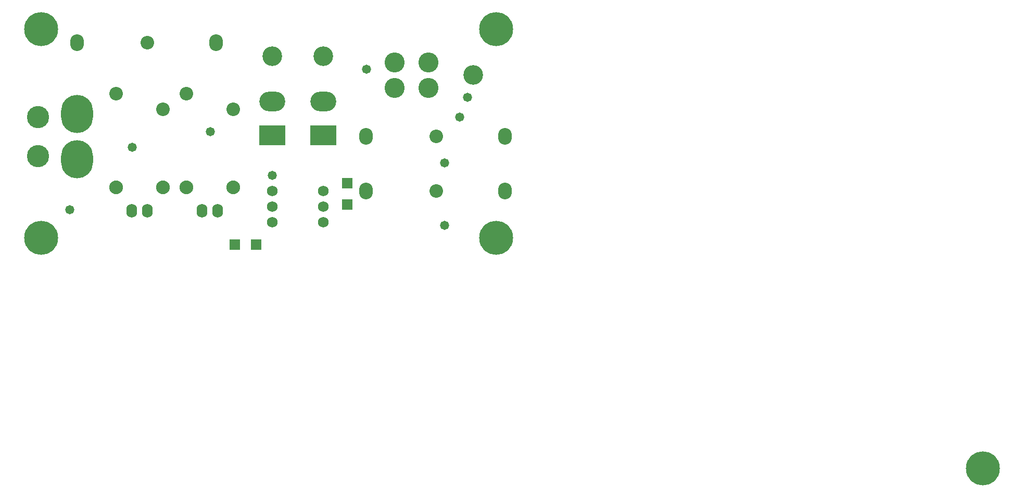
<source format=gbs>
G04 Layer_Color=16711935*
%FSLAX25Y25*%
%MOIN*%
G70*
G01*
G75*
%ADD31R,0.06706X0.06706*%
%ADD32O,0.08674X0.10642*%
%ADD33C,0.08674*%
%ADD34C,0.12800*%
%ADD35C,0.12611*%
%ADD36R,0.16548X0.12611*%
%ADD37O,0.16548X0.12611*%
%ADD38C,0.08800*%
%ADD39O,0.06800X0.08800*%
%ADD40C,0.21745*%
%ADD41C,0.06800*%
%ADD42O,0.20485X0.24422*%
%ADD43C,0.14186*%
%ADD44C,0.05800*%
%ADD45R,0.06706X0.06706*%
D31*
X149390Y7500D02*
D03*
X135610D02*
D03*
D32*
X308661Y41811D02*
D03*
X219685D02*
D03*
X308661Y76811D02*
D03*
X219685D02*
D03*
X123661Y136811D02*
D03*
X34685D02*
D03*
D33*
X264685Y41811D02*
D03*
Y76811D02*
D03*
X79685Y136811D02*
D03*
X104685Y104311D02*
D03*
X134685Y94311D02*
D03*
X59685Y104311D02*
D03*
X89685Y94311D02*
D03*
D34*
X238032Y124311D02*
D03*
X259685Y107776D02*
D03*
Y124311D02*
D03*
X238032Y107776D02*
D03*
D35*
X288425Y116043D02*
D03*
X159685Y128051D02*
D03*
X192185D02*
D03*
D36*
X159685Y77658D02*
D03*
X192185D02*
D03*
D37*
X159685Y99311D02*
D03*
X192185D02*
D03*
D38*
X134685Y44311D02*
D03*
X104685D02*
D03*
X89685D02*
D03*
X59685D02*
D03*
D39*
X114685Y29311D02*
D03*
X124528D02*
D03*
X69685D02*
D03*
X79528D02*
D03*
D40*
X614685Y-135689D02*
D03*
X303150Y11811D02*
D03*
Y145669D02*
D03*
X11811D02*
D03*
Y11811D02*
D03*
D41*
X159685Y41811D02*
D03*
Y31811D02*
D03*
Y21811D02*
D03*
X192185Y41811D02*
D03*
Y31811D02*
D03*
Y21811D02*
D03*
D42*
X34685Y62343D02*
D03*
Y91280D02*
D03*
D43*
X9685Y89311D02*
D03*
Y64311D02*
D03*
D44*
X270000Y60000D02*
D03*
Y20000D02*
D03*
X220000Y120000D02*
D03*
X120000Y80000D02*
D03*
X70000Y70000D02*
D03*
X30000Y30000D02*
D03*
X279685Y89311D02*
D03*
X284685Y101811D02*
D03*
X159685Y51811D02*
D03*
D45*
X207500Y33110D02*
D03*
Y46890D02*
D03*
M02*

</source>
